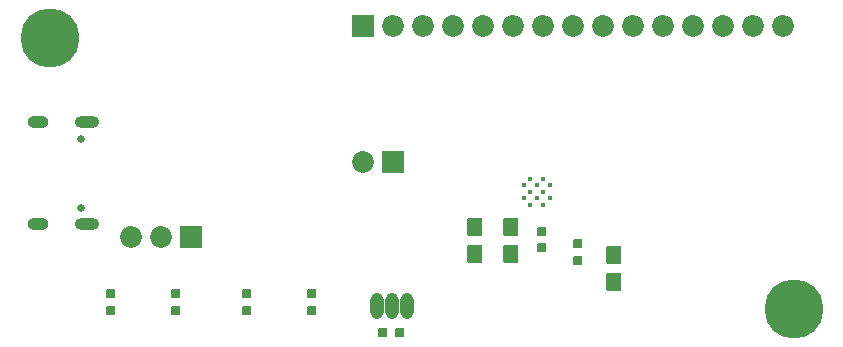
<source format=gbr>
%TF.GenerationSoftware,Altium Limited,Altium Designer,24.0.1 (36)*%
G04 Layer_Color=255*
%FSLAX45Y45*%
%MOMM*%
%TF.SameCoordinates,DDEBADB9-0EAF-4DA9-B7D3-1C4C0305AAAB*%
%TF.FilePolarity,Positive*%
%TF.FileFunction,Pads,Bot*%
%TF.Part,Single*%
G01*
G75*
%TA.AperFunction,SMDPad,CuDef*%
G04:AMPARAMS|DCode=13|XSize=1.524mm|YSize=1.27mm|CornerRadius=0.09525mm|HoleSize=0mm|Usage=FLASHONLY|Rotation=270.000|XOffset=0mm|YOffset=0mm|HoleType=Round|Shape=RoundedRectangle|*
%AMROUNDEDRECTD13*
21,1,1.52400,1.07950,0,0,270.0*
21,1,1.33350,1.27000,0,0,270.0*
1,1,0.19050,-0.53975,-0.66675*
1,1,0.19050,-0.53975,0.66675*
1,1,0.19050,0.53975,0.66675*
1,1,0.19050,0.53975,-0.66675*
%
%ADD13ROUNDEDRECTD13*%
G04:AMPARAMS|DCode=17|XSize=0.762mm|YSize=0.762mm|CornerRadius=0.0381mm|HoleSize=0mm|Usage=FLASHONLY|Rotation=0.000|XOffset=0mm|YOffset=0mm|HoleType=Round|Shape=RoundedRectangle|*
%AMROUNDEDRECTD17*
21,1,0.76200,0.68580,0,0,0.0*
21,1,0.68580,0.76200,0,0,0.0*
1,1,0.07620,0.34290,-0.34290*
1,1,0.07620,-0.34290,-0.34290*
1,1,0.07620,-0.34290,0.34290*
1,1,0.07620,0.34290,0.34290*
%
%ADD17ROUNDEDRECTD17*%
%TA.AperFunction,ComponentPad*%
%ADD27C,1.85000*%
%ADD28R,1.85000X1.85000*%
%ADD29C,0.40000*%
%ADD30O,1.11000X2.22000*%
%ADD31C,0.65000*%
%ADD32O,2.10000X1.00000*%
%ADD33O,1.80000X1.00000*%
%ADD34C,5.00000*%
%TA.AperFunction,SMDPad,CuDef*%
G04:AMPARAMS|DCode=37|XSize=0.762mm|YSize=0.762mm|CornerRadius=0.0381mm|HoleSize=0mm|Usage=FLASHONLY|Rotation=270.000|XOffset=0mm|YOffset=0mm|HoleType=Round|Shape=RoundedRectangle|*
%AMROUNDEDRECTD37*
21,1,0.76200,0.68580,0,0,270.0*
21,1,0.68580,0.76200,0,0,270.0*
1,1,0.07620,-0.34290,-0.34290*
1,1,0.07620,-0.34290,0.34290*
1,1,0.07620,0.34290,0.34290*
1,1,0.07620,0.34290,-0.34290*
%
%ADD37ROUNDEDRECTD37*%
D13*
X5130800Y584200D02*
D03*
Y812800D02*
D03*
X4254500Y1043940D02*
D03*
Y815340D02*
D03*
X3954800Y818000D02*
D03*
Y1046600D02*
D03*
D17*
X3175000Y152400D02*
D03*
X3314700D02*
D03*
D27*
X3000000Y1600000D02*
D03*
X6556000Y2750000D02*
D03*
X6302000D02*
D03*
X4778000D02*
D03*
X4524000D02*
D03*
X4270000D02*
D03*
X4016000D02*
D03*
X3254000D02*
D03*
X3508000D02*
D03*
X3762000D02*
D03*
X5032000D02*
D03*
X5286000D02*
D03*
X5540000D02*
D03*
X5794000D02*
D03*
X6048000D02*
D03*
X1041400Y965200D02*
D03*
X1295400D02*
D03*
D28*
X3254000Y1600000D02*
D03*
X3000000Y2750000D02*
D03*
X1549400Y965200D02*
D03*
D29*
X4586000Y1401000D02*
D03*
X4476000D02*
D03*
X4531000Y1456000D02*
D03*
X4421000D02*
D03*
X4531000Y1346000D02*
D03*
X4586000Y1291000D02*
D03*
X4476000D02*
D03*
X4421000Y1346000D02*
D03*
X4531000Y1236000D02*
D03*
X4366000Y1401000D02*
D03*
Y1291000D02*
D03*
X4421000Y1236000D02*
D03*
D30*
X3124200Y378285D02*
D03*
X3251200D02*
D03*
X3378200D02*
D03*
D31*
X618000Y1789000D02*
D03*
Y1211000D02*
D03*
D32*
X668000Y1068000D02*
D03*
Y1932000D02*
D03*
D33*
X250000Y1068000D02*
D03*
Y1932000D02*
D03*
D34*
X350000Y2650000D02*
D03*
X6650000Y350000D02*
D03*
D37*
X871500Y476580D02*
D03*
Y336880D02*
D03*
X1421500Y476580D02*
D03*
Y336880D02*
D03*
X2021500Y476580D02*
D03*
Y336880D02*
D03*
X2571500Y476580D02*
D03*
Y336880D02*
D03*
X4826000Y901700D02*
D03*
Y762000D02*
D03*
X4518660Y866140D02*
D03*
Y1005840D02*
D03*
%TF.MD5,cec39d9b41a0df6cde7e1186c18663db*%
M02*

</source>
